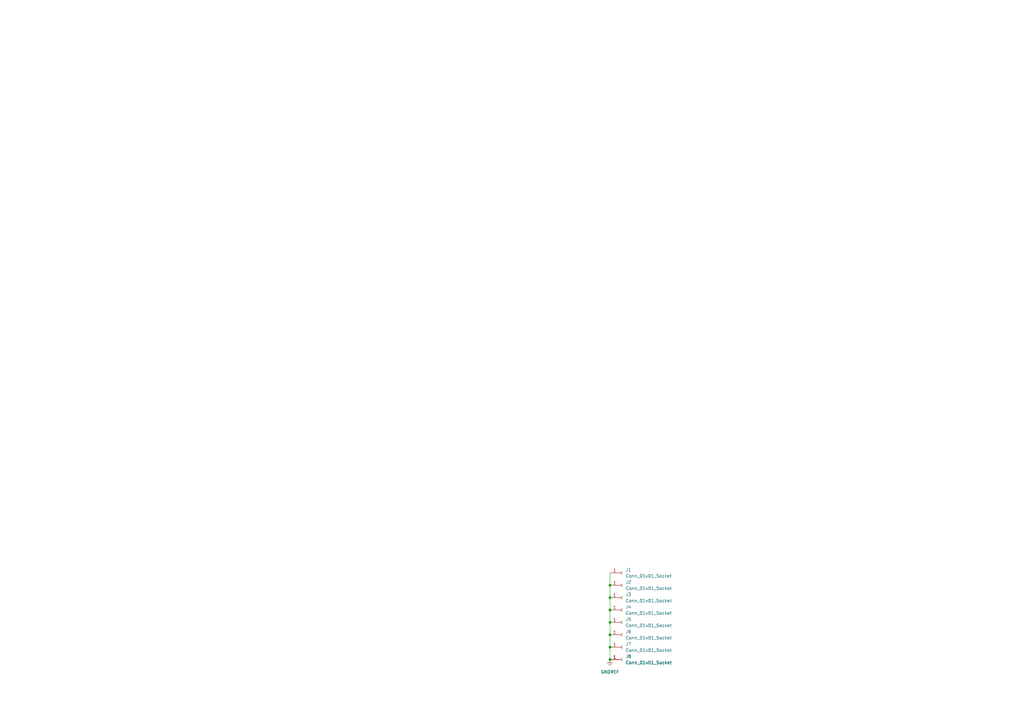
<source format=kicad_sch>
(kicad_sch (version 20250114) (generator "eeschema") (generator_version "9.0")
  (paper "A3")
  (lib_symbols
    (symbol "Connector:Conn_01x01_Socket" (pin_names (offset 1.016) (hide yes))
      (property "Reference" "J" (at 0 2.54 0))
      (property "Value" "Conn_01x01_Socket" (at 0 -2.54 0))
      (symbol "Conn_01x01_Socket_1_1"
        (polyline (pts (xy -1.27 0) (xy -0.508 0)) (stroke (width 0.1524)))
        (arc (start 0 -0.508) (mid -0.5058 0) (end 0 0.508) (stroke (width 0.1524)))
        (pin passive line (at -5.08 0 0) (length 3.81) (name "Pin_1") (number "1"))
      )
    )
    (symbol "power:GNDREF" (power) (pin_numbers (hide yes)) (pin_names (offset 0) (hide yes))
      (property "Value" "GNDREF" (at 0 -3.81 0))
      (symbol "GNDREF_0_1"
        (polyline (pts (xy -0.635 -1.905) (xy 0.635 -1.905)))
        (polyline (pts (xy -0.127 -2.54) (xy 0.127 -2.54)))
        (polyline (pts (xy 0 -1.27) (xy 0 0)))
        (polyline (pts (xy 1.27 -1.27) (xy -1.27 -1.27)))
      )
      (symbol "GNDREF_1_1"
        (pin power_in line (at 0 0 270) (length 0) (name "~") (number "1"))
      )
    )
  )
  (junction (at 250.19 260.35))
  (junction (at 250.19 240.03))
  (junction (at 250.19 250.19))
  (junction (at 250.19 270.51))
  (junction (at 250.19 255.27))
  (junction (at 250.19 265.43))
  (junction (at 250.19 245.11))
  (wire (pts (xy 250.19 234.95) (xy 250.19 240.03)))
  (wire (pts (xy 250.19 245.11) (xy 250.19 250.19)))
  (wire (pts (xy 250.19 265.43) (xy 250.19 270.51)))
  (wire (pts (xy 250.19 240.03) (xy 250.19 245.11)))
  (wire (pts (xy 250.19 255.27) (xy 250.19 260.35)))
  (wire (pts (xy 250.19 260.35) (xy 250.19 265.43)))
  (wire (pts (xy 250.19 250.19) (xy 250.19 255.27)))
  (symbol (lib_id "Connector:Conn_01x01_Socket") (at 255.27 255.27 0) (unit 1)
    (property "Reference" "J5" (at 256.54 253.9999 0) (effects (justify left)))
    (property "Value" "Conn_01x01_Socket" (at 256.54 256.5399 0) (effects (justify left)))
    (property "Footprint" "synth-gfx:jack-output" (effects (hide yes)))
    (property "Description" "Generic connector, single row, 01x01, script generated" (effects (hide yes)))
  )
  (symbol (lib_id "Connector:Conn_01x01_Socket") (at 255.27 265.43 0) (unit 1)
    (property "Reference" "J7" (at 256.54 264.1599 0) (effects (justify left)))
    (property "Value" "Conn_01x01_Socket" (at 256.54 266.6999 0) (effects (justify left)))
    (property "Footprint" "synth-gfx:jack-output" (effects (hide yes)))
    (property "Description" "Generic connector, single row, 01x01, script generated" (effects (hide yes)))
  )
  (symbol (lib_id "Connector:Conn_01x01_Socket") (at 255.27 245.11 0) (unit 1)
    (property "Reference" "J3" (at 256.54 243.8399 0) (effects (justify left)))
    (property "Value" "Conn_01x01_Socket" (at 256.54 246.3799 0) (effects (justify left)))
    (property "Footprint" "synth-gfx:jack-input" (effects (hide yes)))
    (property "Description" "Generic connector, single row, 01x01, script generated" (effects (hide yes)))
  )
  (symbol (lib_id "power:GNDREF") (at 250.19 270.51 0) (unit 1)
    (property "Reference" "#PWR01" (effects (hide yes)))
    (property "Value" "GNDREF" (at 250.19 275.59 0))
    (property "Description" "Power symbol creates a global label with name \"GNDREF\" , reference supply ground" (effects (hide yes)))
  )
  (symbol (lib_id "Connector:Conn_01x01_Socket") (at 255.27 250.19 0) (unit 1)
    (property "Reference" "J4" (at 256.54 248.9199 0) (effects (justify left)))
    (property "Value" "Conn_01x01_Socket" (at 256.54 251.4599 0) (effects (justify left)))
    (property "Footprint" "synth-gfx:jack-input" (effects (hide yes)))
    (property "Description" "Generic connector, single row, 01x01, script generated" (effects (hide yes)))
  )
  (symbol (lib_id "Connector:Conn_01x01_Socket") (at 255.27 234.95 0) (unit 1)
    (property "Reference" "J1" (at 256.54 233.6799 0) (effects (justify left)))
    (property "Value" "Conn_01x01_Socket" (at 256.54 236.2199 0) (effects (justify left)))
    (property "Footprint" "synth-gfx:jack-input" (effects (hide yes)))
    (property "Description" "Generic connector, single row, 01x01, script generated" (effects (hide yes)))
  )
  (symbol (lib_id "Connector:Conn_01x01_Socket") (at 255.27 240.03 0) (unit 1)
    (property "Reference" "J2" (at 256.54 238.7599 0) (effects (justify left)))
    (property "Value" "Conn_01x01_Socket" (at 256.54 241.2999 0) (effects (justify left)))
    (property "Footprint" "synth-gfx:jack-input" (effects (hide yes)))
    (property "Description" "Generic connector, single row, 01x01, script generated" (effects (hide yes)))
  )
  (symbol (lib_id "Connector:Conn_01x01_Socket") (at 255.27 260.35 0) (unit 1)
    (property "Reference" "J6" (at 256.54 259.0799 0) (effects (justify left)))
    (property "Value" "Conn_01x01_Socket" (at 256.54 261.6199 0) (effects (justify left)))
    (property "Footprint" "synth-gfx:jack-output" (effects (hide yes)))
    (property "Description" "Generic connector, single row, 01x01, script generated" (effects (hide yes)))
  )
  (symbol (lib_id "Connector:Conn_01x01_Socket") (at 255.27 270.51 0) (unit 1)
    (property "Reference" "J8" (at 256.54 269.2399 0) (effects (justify left)))
    (property "Value" "Conn_01x01_Socket" (at 256.54 271.7799 0) (effects (justify left)))
    (property "Footprint" "synth-gfx:jack-output" (effects (hide yes)))
    (property "Description" "Generic connector, single row, 01x01, script generated" (effects (hide yes)))
  )
)
</source>
